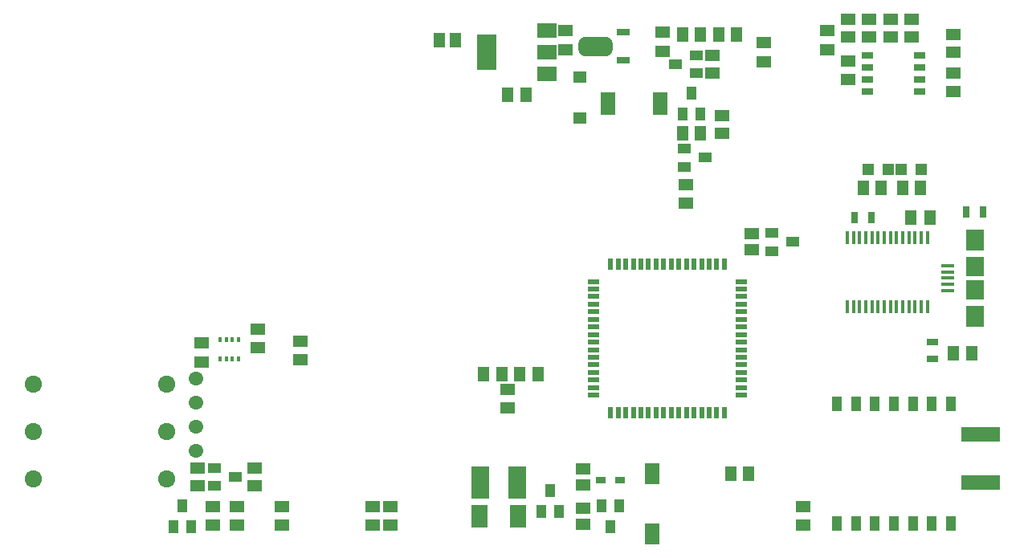
<source format=gbp>
G75*
G70*
%OFA0B0*%
%FSLAX24Y24*%
%IPPOS*%
%LPD*%
%AMOC8*
5,1,8,0,0,1.08239X$1,22.5*
%
%ADD10R,0.1600X0.0600*%
%ADD11R,0.0512X0.0630*%
%ADD12R,0.0630X0.0512*%
%ADD13R,0.0470X0.0220*%
%ADD14R,0.0220X0.0470*%
%ADD15R,0.0512X0.0591*%
%ADD16R,0.0315X0.0472*%
%ADD17R,0.0137X0.0550*%
%ADD18R,0.0551X0.0157*%
%ADD19R,0.0748X0.0787*%
%ADD20R,0.0748X0.0866*%
%ADD21R,0.0472X0.0472*%
%ADD22R,0.0591X0.0512*%
%ADD23R,0.0472X0.0315*%
%ADD24R,0.0630X0.0906*%
%ADD25R,0.0394X0.0551*%
%ADD26R,0.0394X0.0315*%
%ADD27R,0.0748X0.1339*%
%ADD28R,0.0709X0.0945*%
%ADD29R,0.0551X0.0394*%
%ADD30R,0.0394X0.0591*%
%ADD31C,0.0630*%
%ADD32C,0.0540*%
%ADD33R,0.0138X0.0197*%
%ADD34R,0.0512X0.0276*%
%ADD35R,0.0551X0.0315*%
%ADD36C,0.0600*%
%ADD37R,0.0591X0.0945*%
%ADD38R,0.0790X0.0590*%
%ADD39R,0.0790X0.1500*%
%ADD40R,0.0579X0.0500*%
D10*
X042632Y007572D03*
X042632Y009572D03*
D11*
X040526Y018572D03*
X039738Y018572D03*
X024276Y012072D03*
X023488Y012072D03*
X022776Y012072D03*
X021988Y012072D03*
X022988Y023697D03*
X023776Y023697D03*
D12*
X025382Y025554D03*
X025382Y026341D03*
X029429Y026273D03*
X029429Y025486D03*
X033632Y025841D03*
X033632Y025054D03*
X036257Y025554D03*
X036257Y026341D03*
X023007Y011466D03*
X023007Y010679D03*
X017382Y006591D03*
X017382Y005804D03*
X013632Y005804D03*
X013632Y006591D03*
X011757Y006591D03*
X011757Y005804D03*
X010309Y012594D03*
X010309Y013381D03*
X035257Y006591D03*
X035257Y005804D03*
D13*
X032703Y011210D03*
X032703Y011525D03*
X032703Y011840D03*
X032703Y012155D03*
X032703Y012470D03*
X032703Y012785D03*
X032703Y013100D03*
X032703Y013415D03*
X032703Y013730D03*
X032703Y014045D03*
X032703Y014360D03*
X032703Y014675D03*
X032703Y014990D03*
X032703Y015305D03*
X032703Y015620D03*
X032703Y015934D03*
X026561Y015934D03*
X026561Y015620D03*
X026561Y015305D03*
X026561Y014990D03*
X026561Y014675D03*
X026561Y014360D03*
X026561Y014045D03*
X026561Y013730D03*
X026561Y013415D03*
X026561Y013100D03*
X026561Y012785D03*
X026561Y012470D03*
X026561Y012155D03*
X026561Y011840D03*
X026561Y011525D03*
X026561Y011210D03*
D14*
X027270Y010501D03*
X027585Y010501D03*
X027900Y010501D03*
X028215Y010501D03*
X028529Y010501D03*
X028844Y010501D03*
X029159Y010501D03*
X029474Y010501D03*
X029789Y010501D03*
X030104Y010501D03*
X030419Y010501D03*
X030734Y010501D03*
X031049Y010501D03*
X031364Y010501D03*
X031679Y010501D03*
X031994Y010501D03*
X031994Y016643D03*
X031679Y016643D03*
X031364Y016643D03*
X031049Y016643D03*
X030734Y016643D03*
X030419Y016643D03*
X030104Y016643D03*
X029789Y016643D03*
X029474Y016643D03*
X029159Y016643D03*
X028844Y016643D03*
X028529Y016643D03*
X028215Y016643D03*
X027900Y016643D03*
X027585Y016643D03*
X027270Y016643D03*
D15*
X030258Y022072D03*
X031006Y022072D03*
X031006Y026197D03*
X030258Y026197D03*
X031758Y026197D03*
X032506Y026197D03*
X037758Y019822D03*
X038506Y019822D03*
X039383Y019822D03*
X040131Y019822D03*
X041508Y012947D03*
X042256Y012947D03*
X033006Y007947D03*
X032258Y007947D03*
X020841Y025947D03*
X020172Y025947D03*
D16*
X037402Y018572D03*
X038111Y018572D03*
X042027Y018822D03*
X042736Y018822D03*
D17*
X040420Y017762D03*
X040164Y017762D03*
X039908Y017762D03*
X039652Y017762D03*
X039397Y017762D03*
X039141Y017762D03*
X038885Y017762D03*
X038629Y017762D03*
X038373Y017762D03*
X038117Y017762D03*
X037861Y017762D03*
X037605Y017762D03*
X037349Y017762D03*
X037093Y017762D03*
X037093Y014883D03*
X037349Y014883D03*
X037605Y014883D03*
X037861Y014883D03*
X038117Y014883D03*
X038373Y014883D03*
X038629Y014883D03*
X038885Y014883D03*
X039141Y014883D03*
X039397Y014883D03*
X039652Y014883D03*
X039908Y014883D03*
X040164Y014883D03*
X040420Y014883D03*
D18*
X041260Y015560D03*
X041260Y015816D03*
X041260Y016072D03*
X041260Y016328D03*
X041260Y016584D03*
D19*
X042382Y016564D03*
X042382Y015580D03*
D20*
X042382Y014497D03*
X042382Y017647D03*
D21*
X040170Y020572D03*
X039343Y020572D03*
X038795Y020572D03*
X037968Y020572D03*
D22*
X033132Y017907D03*
X033132Y017238D03*
X030382Y019198D03*
X030382Y019946D03*
X031882Y022073D03*
X031882Y022821D03*
X031507Y024573D03*
X031507Y025321D03*
X037132Y025071D03*
X037132Y024323D03*
X037132Y026073D03*
X038007Y026073D03*
X038007Y026821D03*
X037132Y026821D03*
X038882Y026821D03*
X038882Y026073D03*
X039757Y026073D03*
X039757Y026821D03*
X041507Y026196D03*
X041507Y025448D03*
X041507Y024571D03*
X041507Y023823D03*
X026132Y008157D03*
X026132Y007488D03*
X026132Y006532D03*
X026132Y005863D03*
X018132Y005823D03*
X018132Y006571D03*
X012507Y007448D03*
X012507Y008196D03*
X010132Y008196D03*
X010132Y007448D03*
X010757Y006571D03*
X010757Y005823D03*
X014382Y012698D03*
X014382Y013446D03*
X012632Y013198D03*
X012632Y013946D03*
D23*
X040632Y013427D03*
X040632Y012718D03*
D24*
X029007Y007937D03*
X029007Y005457D03*
D25*
X009133Y005764D03*
X009881Y005764D03*
X009507Y006630D03*
X024383Y006389D03*
X025131Y006389D03*
X024757Y007255D03*
X026883Y006630D03*
X027631Y006630D03*
X027257Y005764D03*
X030258Y022889D03*
X031006Y022889D03*
X030632Y023755D03*
D26*
X027651Y007697D03*
X026863Y007697D03*
D27*
X023400Y007572D03*
X021864Y007572D03*
D28*
X021835Y006197D03*
X023429Y006197D03*
D29*
X011690Y007822D03*
X010824Y007448D03*
X010824Y008196D03*
X030324Y020698D03*
X030324Y021446D03*
X031190Y021072D03*
X033949Y017946D03*
X034815Y017572D03*
X033949Y017198D03*
X030815Y024573D03*
X029949Y024947D03*
X030815Y025321D03*
D30*
X036672Y010861D03*
X037460Y010861D03*
X038247Y010861D03*
X039034Y010861D03*
X039822Y010861D03*
X040609Y010861D03*
X041397Y010861D03*
X041397Y005900D03*
X040609Y005900D03*
X039822Y005900D03*
X039034Y005900D03*
X038247Y005900D03*
X037460Y005900D03*
X036672Y005900D03*
D31*
X008803Y007725D02*
X008803Y007795D01*
X008873Y007795D01*
X008873Y007725D01*
X008803Y007725D01*
X008804Y009693D02*
X008804Y009763D01*
X008874Y009763D01*
X008874Y009693D01*
X008804Y009693D01*
X008804Y011661D02*
X008804Y011731D01*
X008874Y011731D01*
X008874Y011661D01*
X008804Y011661D01*
X003261Y011663D02*
X003261Y011733D01*
X003331Y011733D01*
X003331Y011663D01*
X003261Y011663D01*
X003259Y009760D02*
X003259Y009690D01*
X003259Y009760D02*
X003329Y009760D01*
X003329Y009690D01*
X003259Y009690D01*
X003264Y007794D02*
X003264Y007724D01*
X003264Y007794D02*
X003334Y007794D01*
X003334Y007724D01*
X003264Y007724D01*
D32*
X010023Y008869D02*
X010083Y008869D01*
X010023Y008869D02*
X010023Y008929D01*
X010083Y008929D01*
X010083Y008869D01*
X010083Y009869D02*
X010023Y009869D01*
X010023Y009929D01*
X010083Y009929D01*
X010083Y009869D01*
X010083Y010869D02*
X010023Y010869D01*
X010023Y010929D01*
X010083Y010929D01*
X010083Y010869D01*
X010083Y011869D02*
X010023Y011869D01*
X010023Y011929D01*
X010083Y011929D01*
X010083Y011869D01*
D33*
X011068Y012711D03*
X011324Y012711D03*
X011580Y012711D03*
X011836Y012711D03*
X011836Y013518D03*
X011580Y013518D03*
X011324Y013518D03*
X011068Y013518D03*
D34*
X037924Y023822D03*
X037924Y024322D03*
X037924Y024822D03*
X037924Y025322D03*
X040090Y025322D03*
X040090Y024822D03*
X040090Y024322D03*
X040090Y023822D03*
D35*
X027787Y025107D03*
X027787Y026287D03*
D36*
X026219Y025797D02*
X026219Y025597D01*
X026219Y025797D02*
X027055Y025797D01*
X027055Y025597D01*
X026219Y025597D01*
D37*
X027174Y023322D03*
X029340Y023322D03*
D38*
X024622Y024537D03*
X024622Y025437D03*
X024622Y026337D03*
D39*
X022142Y025447D03*
D40*
X026007Y024419D03*
X026007Y022726D03*
M02*

</source>
